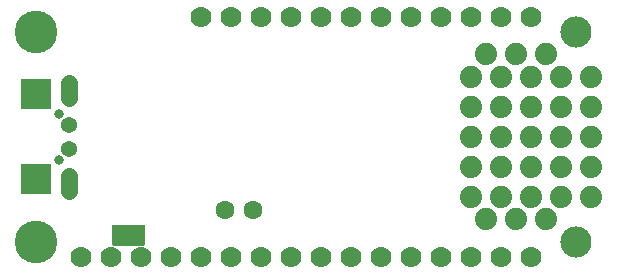
<source format=gbr>
G04 EAGLE Gerber RS-274X export*
G75*
%MOMM*%
%FSLAX34Y34*%
%LPD*%
%INSoldermask Bottom*%
%IPPOS*%
%AMOC8*
5,1,8,0,0,1.08239X$1,22.5*%
G01*
%ADD10C,2.641600*%
%ADD11C,3.617600*%
%ADD12C,0.801600*%
%ADD13R,2.514600X2.514600*%
%ADD14C,1.409600*%
%ADD15C,1.778000*%
%ADD16C,1.601600*%
%ADD17C,1.371600*%
%ADD18C,1.879600*%

G36*
X116323Y22241D02*
X116323Y22241D01*
X116442Y22248D01*
X116480Y22261D01*
X116521Y22266D01*
X116631Y22309D01*
X116744Y22346D01*
X116779Y22368D01*
X116816Y22383D01*
X116912Y22453D01*
X117013Y22516D01*
X117041Y22546D01*
X117074Y22569D01*
X117150Y22661D01*
X117231Y22748D01*
X117251Y22783D01*
X117276Y22814D01*
X117327Y22922D01*
X117385Y23026D01*
X117395Y23066D01*
X117412Y23102D01*
X117434Y23219D01*
X117464Y23334D01*
X117468Y23395D01*
X117472Y23415D01*
X117470Y23435D01*
X117474Y23495D01*
X117474Y38735D01*
X117459Y38853D01*
X117452Y38972D01*
X117439Y39010D01*
X117434Y39051D01*
X117391Y39161D01*
X117354Y39274D01*
X117332Y39309D01*
X117317Y39346D01*
X117248Y39442D01*
X117184Y39543D01*
X117154Y39571D01*
X117131Y39604D01*
X117039Y39680D01*
X116952Y39761D01*
X116917Y39781D01*
X116886Y39806D01*
X116778Y39857D01*
X116674Y39915D01*
X116634Y39925D01*
X116598Y39942D01*
X116481Y39964D01*
X116366Y39994D01*
X116306Y39998D01*
X116286Y40002D01*
X116265Y40000D01*
X116205Y40004D01*
X90805Y40004D01*
X90687Y39989D01*
X90568Y39982D01*
X90530Y39969D01*
X90489Y39964D01*
X90379Y39921D01*
X90266Y39884D01*
X90231Y39862D01*
X90194Y39847D01*
X90098Y39778D01*
X89997Y39714D01*
X89969Y39684D01*
X89936Y39661D01*
X89861Y39569D01*
X89779Y39482D01*
X89759Y39447D01*
X89734Y39416D01*
X89683Y39308D01*
X89625Y39204D01*
X89615Y39164D01*
X89598Y39128D01*
X89576Y39011D01*
X89546Y38896D01*
X89542Y38836D01*
X89538Y38816D01*
X89539Y38809D01*
X89538Y38807D01*
X89539Y38791D01*
X89536Y38735D01*
X89536Y23495D01*
X89551Y23377D01*
X89558Y23258D01*
X89571Y23220D01*
X89576Y23179D01*
X89619Y23069D01*
X89656Y22956D01*
X89678Y22921D01*
X89693Y22884D01*
X89763Y22788D01*
X89826Y22687D01*
X89856Y22659D01*
X89879Y22626D01*
X89971Y22551D01*
X90058Y22469D01*
X90093Y22449D01*
X90124Y22424D01*
X90232Y22373D01*
X90336Y22315D01*
X90376Y22305D01*
X90412Y22288D01*
X90529Y22266D01*
X90644Y22236D01*
X90705Y22232D01*
X90725Y22228D01*
X90745Y22230D01*
X90805Y22226D01*
X116205Y22226D01*
X116323Y22241D01*
G37*
D10*
X482600Y203200D03*
X482600Y25400D03*
D11*
X25400Y203200D03*
X25400Y25400D03*
D12*
X44450Y133800D03*
X44450Y94800D03*
D13*
X25450Y78300D03*
X25450Y150300D03*
D14*
X53450Y147300D02*
X53450Y160380D01*
X53450Y81300D02*
X53450Y68220D01*
D15*
X444500Y12700D03*
X419100Y12700D03*
X393700Y12700D03*
X368300Y12700D03*
X342900Y12700D03*
X317500Y12700D03*
X292100Y12700D03*
X266700Y12700D03*
X241300Y12700D03*
X215900Y12700D03*
X190500Y12700D03*
X165100Y12700D03*
X139700Y12700D03*
X114300Y12700D03*
X88900Y12700D03*
X63500Y12700D03*
X165100Y215900D03*
X190500Y215900D03*
X215900Y215900D03*
X241300Y215900D03*
X266700Y215900D03*
X292100Y215900D03*
X317500Y215900D03*
X342900Y215900D03*
X368300Y215900D03*
X393700Y215900D03*
X419100Y215900D03*
X444500Y215900D03*
D16*
X185420Y52070D03*
X208915Y52705D03*
D17*
X53340Y104140D03*
X53340Y124460D03*
D18*
X457200Y44450D03*
X431800Y44450D03*
X406400Y44450D03*
X406400Y184150D03*
X431800Y184150D03*
X457200Y184150D03*
X419100Y139700D03*
X495300Y165100D03*
X469900Y165100D03*
X444500Y165100D03*
X419100Y165100D03*
X419100Y63500D03*
X419100Y88900D03*
X419100Y114300D03*
X444500Y114300D03*
X444500Y139700D03*
X469900Y139700D03*
X495300Y139700D03*
X495300Y114300D03*
X469900Y114300D03*
X444500Y88900D03*
X469900Y88900D03*
X495300Y88900D03*
X495300Y63500D03*
X469900Y63500D03*
X444500Y63500D03*
X393700Y165100D03*
X393700Y139700D03*
X393700Y114300D03*
X393700Y88900D03*
X393700Y63500D03*
M02*

</source>
